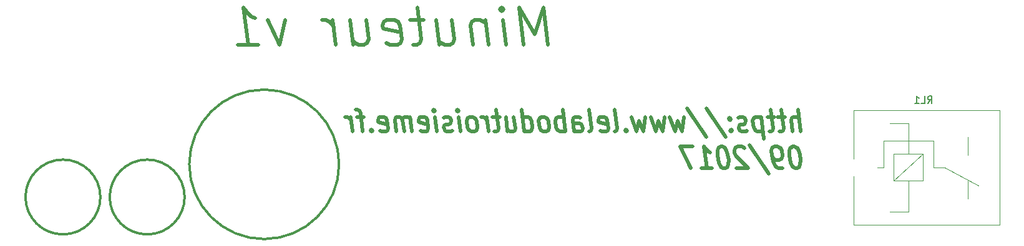
<source format=gbo>
G04 #@! TF.FileFunction,Legend,Bot*
%FSLAX46Y46*%
G04 Gerber Fmt 4.6, Leading zero omitted, Abs format (unit mm)*
G04 Created by KiCad (PCBNEW 4.0.7-e2-6376~58~ubuntu16.04.1) date Fri Oct 20 12:03:34 2017*
%MOMM*%
%LPD*%
G01*
G04 APERTURE LIST*
%ADD10C,0.100000*%
%ADD11C,0.500000*%
%ADD12C,0.120000*%
%ADD13C,0.300000*%
%ADD14C,0.150000*%
%ADD15C,2.900000*%
%ADD16C,3.400000*%
%ADD17R,2.432000X2.432000*%
%ADD18C,2.400000*%
%ADD19R,2.127200X2.127200*%
%ADD20O,2.127200X2.127200*%
%ADD21R,3.400000X3.400000*%
%ADD22C,1.924000*%
%ADD23R,2.400000X2.400000*%
%ADD24R,2.100000X2.100000*%
%ADD25O,2.100000X2.100000*%
%ADD26O,1.350000X1.650000*%
%ADD27O,1.950000X1.400000*%
%ADD28C,4.400000*%
%ADD29C,6.800000*%
G04 APERTURE END LIST*
D10*
D11*
X113686905Y22732857D02*
X113311905Y25732857D01*
X112615476Y22732857D02*
X112419047Y24304286D01*
X112502381Y24590000D01*
X112722619Y24732857D01*
X113079762Y24732857D01*
X113335714Y24590000D01*
X113472619Y24447143D01*
X111532143Y24732857D02*
X110579762Y24732857D01*
X111050000Y25732857D02*
X111371428Y23161429D01*
X111288095Y22875714D01*
X111067857Y22732857D01*
X110829762Y22732857D01*
X110103572Y24732857D02*
X109151191Y24732857D01*
X109621429Y25732857D02*
X109942857Y23161429D01*
X109859524Y22875714D01*
X109639286Y22732857D01*
X109401191Y22732857D01*
X108317858Y24732857D02*
X108692858Y21732857D01*
X108335715Y24590000D02*
X108079763Y24732857D01*
X107603572Y24732857D01*
X107383334Y24590000D01*
X107282143Y24447143D01*
X107198810Y24161429D01*
X107305953Y23304286D01*
X107460715Y23018571D01*
X107597620Y22875714D01*
X107853572Y22732857D01*
X108329763Y22732857D01*
X108550001Y22875714D01*
X106407144Y22875714D02*
X106186905Y22732857D01*
X105710715Y22732857D01*
X105454763Y22875714D01*
X105300000Y23161429D01*
X105282143Y23304286D01*
X105365477Y23590000D01*
X105585715Y23732857D01*
X105942858Y23732857D01*
X106163096Y23875714D01*
X106246429Y24161429D01*
X106228572Y24304286D01*
X106073810Y24590000D01*
X105817858Y24732857D01*
X105460715Y24732857D01*
X105240477Y24590000D01*
X104246429Y23018571D02*
X104145238Y22875714D01*
X104282143Y22732857D01*
X104383334Y22875714D01*
X104246429Y23018571D01*
X104282143Y22732857D01*
X104050000Y24590000D02*
X103948809Y24447143D01*
X104085714Y24304286D01*
X104186905Y24447143D01*
X104050000Y24590000D01*
X104085714Y24304286D01*
X100913096Y25875714D02*
X103538096Y22018571D01*
X98294048Y25875714D02*
X100919048Y22018571D01*
X97841666Y24732857D02*
X97615476Y22732857D01*
X96960713Y24161429D01*
X96663095Y22732857D01*
X95936904Y24732857D01*
X95222618Y24732857D02*
X94996428Y22732857D01*
X94341665Y24161429D01*
X94044047Y22732857D01*
X93317856Y24732857D01*
X92603570Y24732857D02*
X92377380Y22732857D01*
X91722617Y24161429D01*
X91424999Y22732857D01*
X90698808Y24732857D01*
X89960713Y23018571D02*
X89859522Y22875714D01*
X89996427Y22732857D01*
X90097618Y22875714D01*
X89960713Y23018571D01*
X89996427Y22732857D01*
X88448808Y22732857D02*
X88669046Y22875714D01*
X88752379Y23161429D01*
X88430951Y25732857D01*
X86526189Y22875714D02*
X86782141Y22732857D01*
X87258332Y22732857D01*
X87478570Y22875714D01*
X87561903Y23161429D01*
X87419046Y24304286D01*
X87264284Y24590000D01*
X87008332Y24732857D01*
X86532141Y24732857D01*
X86311903Y24590000D01*
X86228569Y24304286D01*
X86264284Y24018571D01*
X87490475Y23732857D01*
X84996427Y22732857D02*
X85216665Y22875714D01*
X85299998Y23161429D01*
X84978570Y25732857D01*
X82972617Y22732857D02*
X82776188Y24304286D01*
X82859522Y24590000D01*
X83079760Y24732857D01*
X83555951Y24732857D01*
X83811903Y24590000D01*
X82954760Y22875714D02*
X83210713Y22732857D01*
X83805951Y22732857D01*
X84026189Y22875714D01*
X84109522Y23161429D01*
X84073808Y23447143D01*
X83919046Y23732857D01*
X83663094Y23875714D01*
X83067856Y23875714D01*
X82811903Y24018571D01*
X81782141Y22732857D02*
X81407141Y25732857D01*
X81549998Y24590000D02*
X81294046Y24732857D01*
X80817855Y24732857D01*
X80597617Y24590000D01*
X80496426Y24447143D01*
X80413093Y24161429D01*
X80520236Y23304286D01*
X80674998Y23018571D01*
X80811903Y22875714D01*
X81067855Y22732857D01*
X81544046Y22732857D01*
X81764284Y22875714D01*
X79163093Y22732857D02*
X79383331Y22875714D01*
X79484522Y23018571D01*
X79567855Y23304286D01*
X79460712Y24161429D01*
X79305950Y24447143D01*
X79169045Y24590000D01*
X78913093Y24732857D01*
X78555950Y24732857D01*
X78335712Y24590000D01*
X78234521Y24447143D01*
X78151188Y24161429D01*
X78258331Y23304286D01*
X78413093Y23018571D01*
X78549998Y22875714D01*
X78805950Y22732857D01*
X79163093Y22732857D01*
X76186902Y22732857D02*
X75811902Y25732857D01*
X76169045Y22875714D02*
X76424998Y22732857D01*
X76901188Y22732857D01*
X77121426Y22875714D01*
X77222617Y23018571D01*
X77305950Y23304286D01*
X77198807Y24161429D01*
X77044045Y24447143D01*
X76907140Y24590000D01*
X76651188Y24732857D01*
X76174998Y24732857D01*
X75954759Y24590000D01*
X73674997Y24732857D02*
X73924997Y22732857D01*
X74746426Y24732857D02*
X74942854Y23161429D01*
X74859521Y22875714D01*
X74639283Y22732857D01*
X74282140Y22732857D01*
X74026188Y22875714D01*
X73889283Y23018571D01*
X72841664Y24732857D02*
X71889283Y24732857D01*
X72359521Y25732857D02*
X72680949Y23161429D01*
X72597616Y22875714D01*
X72377378Y22732857D01*
X72139283Y22732857D01*
X71305950Y22732857D02*
X71055950Y24732857D01*
X71127378Y24161429D02*
X70972616Y24447143D01*
X70835712Y24590000D01*
X70579759Y24732857D01*
X70341664Y24732857D01*
X69401188Y22732857D02*
X69621426Y22875714D01*
X69722617Y23018571D01*
X69805950Y23304286D01*
X69698807Y24161429D01*
X69544045Y24447143D01*
X69407140Y24590000D01*
X69151188Y24732857D01*
X68794045Y24732857D01*
X68573807Y24590000D01*
X68472616Y24447143D01*
X68389283Y24161429D01*
X68496426Y23304286D01*
X68651188Y23018571D01*
X68788093Y22875714D01*
X69044045Y22732857D01*
X69401188Y22732857D01*
X67496426Y22732857D02*
X67246426Y24732857D01*
X67121426Y25732857D02*
X67258331Y25590000D01*
X67157140Y25447143D01*
X67020235Y25590000D01*
X67121426Y25732857D01*
X67157140Y25447143D01*
X66407141Y22875714D02*
X66186902Y22732857D01*
X65710712Y22732857D01*
X65454760Y22875714D01*
X65299997Y23161429D01*
X65282140Y23304286D01*
X65365474Y23590000D01*
X65585712Y23732857D01*
X65942855Y23732857D01*
X66163093Y23875714D01*
X66246426Y24161429D01*
X66228569Y24304286D01*
X66073807Y24590000D01*
X65817855Y24732857D01*
X65460712Y24732857D01*
X65240474Y24590000D01*
X64282140Y22732857D02*
X64032140Y24732857D01*
X63907140Y25732857D02*
X64044045Y25590000D01*
X63942854Y25447143D01*
X63805949Y25590000D01*
X63907140Y25732857D01*
X63942854Y25447143D01*
X62121426Y22875714D02*
X62377378Y22732857D01*
X62853569Y22732857D01*
X63073807Y22875714D01*
X63157140Y23161429D01*
X63014283Y24304286D01*
X62859521Y24590000D01*
X62603569Y24732857D01*
X62127378Y24732857D01*
X61907140Y24590000D01*
X61823806Y24304286D01*
X61859521Y24018571D01*
X63085712Y23732857D01*
X60948807Y22732857D02*
X60698807Y24732857D01*
X60734521Y24447143D02*
X60597616Y24590000D01*
X60341664Y24732857D01*
X59984521Y24732857D01*
X59764283Y24590000D01*
X59680949Y24304286D01*
X59877378Y22732857D01*
X59680949Y24304286D02*
X59526188Y24590000D01*
X59270235Y24732857D01*
X58913093Y24732857D01*
X58692854Y24590000D01*
X58609521Y24304286D01*
X58805950Y22732857D01*
X56645236Y22875714D02*
X56901188Y22732857D01*
X57377379Y22732857D01*
X57597617Y22875714D01*
X57680950Y23161429D01*
X57538093Y24304286D01*
X57383331Y24590000D01*
X57127379Y24732857D01*
X56651188Y24732857D01*
X56430950Y24590000D01*
X56347616Y24304286D01*
X56383331Y24018571D01*
X57609522Y23732857D01*
X55436903Y23018571D02*
X55335712Y22875714D01*
X55472617Y22732857D01*
X55573808Y22875714D01*
X55436903Y23018571D01*
X55472617Y22732857D01*
X54389284Y24732857D02*
X53436903Y24732857D01*
X54282141Y22732857D02*
X53960712Y25304286D01*
X53805950Y25590000D01*
X53549998Y25732857D01*
X53311903Y25732857D01*
X52853570Y22732857D02*
X52603570Y24732857D01*
X52674998Y24161429D02*
X52520236Y24447143D01*
X52383332Y24590000D01*
X52127379Y24732857D01*
X51889284Y24732857D01*
X112835714Y20732857D02*
X112597619Y20732857D01*
X112377381Y20590000D01*
X112276190Y20447143D01*
X112192857Y20161429D01*
X112145238Y19590000D01*
X112234524Y18875714D01*
X112425000Y18304286D01*
X112579762Y18018571D01*
X112716667Y17875714D01*
X112972619Y17732857D01*
X113210714Y17732857D01*
X113430953Y17875714D01*
X113532143Y18018571D01*
X113615476Y18304286D01*
X113663096Y18875714D01*
X113573810Y19590000D01*
X113383333Y20161429D01*
X113228571Y20447143D01*
X113091667Y20590000D01*
X112835714Y20732857D01*
X111186905Y17732857D02*
X110710715Y17732857D01*
X110454763Y17875714D01*
X110317858Y18018571D01*
X110026191Y18447143D01*
X109835715Y19018571D01*
X109692857Y20161429D01*
X109776191Y20447143D01*
X109877381Y20590000D01*
X110097620Y20732857D01*
X110573810Y20732857D01*
X110829762Y20590000D01*
X110966667Y20447143D01*
X111121429Y20161429D01*
X111210715Y19447143D01*
X111127381Y19161429D01*
X111026191Y19018571D01*
X110805953Y18875714D01*
X110329763Y18875714D01*
X110073810Y19018571D01*
X109936905Y19161429D01*
X109782143Y19447143D01*
X106746430Y20875714D02*
X109371430Y17018571D01*
X106085715Y20447143D02*
X105948810Y20590000D01*
X105692858Y20732857D01*
X105097620Y20732857D01*
X104877381Y20590000D01*
X104776191Y20447143D01*
X104692857Y20161429D01*
X104728572Y19875714D01*
X104901191Y19447143D01*
X106544048Y17732857D01*
X104996429Y17732857D01*
X103073810Y20732857D02*
X102835715Y20732857D01*
X102615477Y20590000D01*
X102514286Y20447143D01*
X102430953Y20161429D01*
X102383334Y19590000D01*
X102472620Y18875714D01*
X102663096Y18304286D01*
X102817858Y18018571D01*
X102954763Y17875714D01*
X103210715Y17732857D01*
X103448810Y17732857D01*
X103669049Y17875714D01*
X103770239Y18018571D01*
X103853572Y18304286D01*
X103901192Y18875714D01*
X103811906Y19590000D01*
X103621429Y20161429D01*
X103466667Y20447143D01*
X103329763Y20590000D01*
X103073810Y20732857D01*
X100234525Y17732857D02*
X101663097Y17732857D01*
X100948811Y17732857D02*
X100573811Y20732857D01*
X100865477Y20304286D01*
X101139287Y20018571D01*
X101395240Y19875714D01*
X99026192Y20732857D02*
X97359525Y20732857D01*
X98805954Y17732857D01*
X79424762Y34568095D02*
X78799762Y39568095D01*
X77579524Y35996667D01*
X75466428Y39568095D01*
X76091428Y34568095D01*
X73710476Y34568095D02*
X73293809Y37901429D01*
X73085476Y39568095D02*
X73353333Y39330000D01*
X73145000Y39091905D01*
X72877143Y39330000D01*
X73085476Y39568095D01*
X73145000Y39091905D01*
X70912857Y37901429D02*
X71329524Y34568095D01*
X70972381Y37425238D02*
X70704524Y37663333D01*
X70198571Y37901429D01*
X69484285Y37901429D01*
X69037857Y37663333D01*
X68859286Y37187143D01*
X69186667Y34568095D01*
X64246190Y37901429D02*
X64662857Y34568095D01*
X66389047Y37901429D02*
X66716428Y35282381D01*
X66537857Y34806190D01*
X66091428Y34568095D01*
X65377142Y34568095D01*
X64871190Y34806190D01*
X64603333Y35044286D01*
X62579523Y37901429D02*
X60674761Y37901429D01*
X61656904Y39568095D02*
X62192618Y35282381D01*
X62014047Y34806190D01*
X61567618Y34568095D01*
X61091428Y34568095D01*
X57490237Y34806190D02*
X57996189Y34568095D01*
X58948570Y34568095D01*
X59394999Y34806190D01*
X59573570Y35282381D01*
X59335475Y37187143D01*
X59037856Y37663333D01*
X58531903Y37901429D01*
X57579522Y37901429D01*
X57133094Y37663333D01*
X56954523Y37187143D01*
X57014047Y36710952D01*
X59454523Y36234762D01*
X52579523Y37901429D02*
X52996190Y34568095D01*
X54722380Y37901429D02*
X55049761Y35282381D01*
X54871190Y34806190D01*
X54424761Y34568095D01*
X53710475Y34568095D01*
X53204523Y34806190D01*
X52936666Y35044286D01*
X50615237Y34568095D02*
X50198570Y37901429D01*
X50317618Y36949048D02*
X50019999Y37425238D01*
X49752141Y37663333D01*
X49246189Y37901429D01*
X48769998Y37901429D01*
X43769998Y37901429D02*
X42996189Y34568095D01*
X41389046Y37901429D01*
X37281903Y34568095D02*
X40139046Y34568095D01*
X38710475Y34568095D02*
X38085475Y39568095D01*
X38650951Y38853810D01*
X39186666Y38377619D01*
X39692617Y38139524D01*
D12*
X120856000Y19026000D02*
X120856000Y25626000D01*
X120856000Y10026000D02*
X120856000Y16626000D01*
X120856000Y10026000D02*
X140656000Y10026000D01*
X140656000Y10026000D02*
X140656000Y25626000D01*
X140656000Y25626000D02*
X120856000Y25626000D01*
X136406000Y22026000D02*
X136406000Y19576000D01*
X136406000Y13626000D02*
X136406000Y16126000D01*
X125806000Y23876000D02*
X128306000Y23876000D01*
X124906000Y17876000D02*
X124106000Y17876000D01*
X128306000Y11876000D02*
X125806000Y11876000D01*
X131706000Y17876000D02*
X133206000Y17876000D01*
X133206000Y17876000D02*
X137806000Y15376000D01*
X131706000Y21476000D02*
X124906000Y21476000D01*
X131706000Y17876000D02*
X131706000Y21476000D01*
X124906000Y17876000D02*
X124906000Y21476000D01*
X128306000Y11876000D02*
X128306000Y16076000D01*
X128306000Y19676000D02*
X128306000Y23876000D01*
X130306000Y19676000D02*
X126306000Y16076000D01*
X126306000Y19676000D02*
X126306000Y16076000D01*
X126306000Y16076000D02*
X130306000Y16076000D01*
X130306000Y16076000D02*
X130306000Y19676000D01*
X130306000Y19676000D02*
X126306000Y19676000D01*
D13*
X18669000Y13843000D02*
G75*
G03X18669000Y13843000I-5080000J0D01*
G01*
X30099000Y13843000D02*
G75*
G03X30099000Y13843000I-5080000J0D01*
G01*
X51054000Y18288000D02*
G75*
G03X51054000Y18288000I-10160000J0D01*
G01*
D14*
X130927428Y26573619D02*
X131260762Y27049810D01*
X131498857Y26573619D02*
X131498857Y27573619D01*
X131117904Y27573619D01*
X131022666Y27526000D01*
X130975047Y27478381D01*
X130927428Y27383143D01*
X130927428Y27240286D01*
X130975047Y27145048D01*
X131022666Y27097429D01*
X131117904Y27049810D01*
X131498857Y27049810D01*
X130022666Y26573619D02*
X130498857Y26573619D01*
X130498857Y27573619D01*
X129165523Y26573619D02*
X129736952Y26573619D01*
X129451238Y26573619D02*
X129451238Y27573619D01*
X129546476Y27430762D01*
X129641714Y27335524D01*
X129736952Y27287905D01*
%LPC*%
D15*
X124206000Y23876000D03*
D16*
X136406000Y23876000D03*
X136456000Y11826000D03*
D15*
X124206000Y11876000D03*
D16*
X122256000Y17826000D03*
D17*
X45720000Y29210000D03*
D18*
X48260000Y29210000D03*
X50800000Y29210000D03*
X53340000Y29210000D03*
X55880000Y29210000D03*
X58420000Y29210000D03*
X53340000Y44450000D03*
X55880000Y44450000D03*
X45720000Y44450000D03*
X48260000Y44450000D03*
X58420000Y44450000D03*
X50800000Y44450000D03*
D19*
X90170000Y10160000D03*
D20*
X87630000Y10160000D03*
X90170000Y12700000D03*
X87630000Y12700000D03*
X90170000Y15240000D03*
X87630000Y15240000D03*
D21*
X144780000Y12700000D03*
D16*
X144780000Y17780000D03*
X144780000Y22860000D03*
D21*
X5080000Y19050000D03*
D16*
X5080000Y13970000D03*
D22*
X13970000Y29210000D03*
X13970000Y41910000D03*
X16510000Y41910000D03*
X19050000Y41910000D03*
X21590000Y41910000D03*
D18*
X21590000Y36830000D03*
X21590000Y31750000D03*
X13970000Y31750000D03*
D23*
X13970000Y36830000D03*
D22*
X21590000Y44450000D03*
D24*
X77470000Y5080000D03*
D25*
X80010000Y5080000D03*
D22*
X118110000Y29210000D03*
X118110000Y41910000D03*
X120650000Y41910000D03*
X123190000Y41910000D03*
X125730000Y41910000D03*
D18*
X125730000Y36830000D03*
X125730000Y31750000D03*
X118110000Y31750000D03*
D23*
X118110000Y36830000D03*
D22*
X125730000Y44450000D03*
D24*
X44450000Y5080000D03*
D25*
X41910000Y5080000D03*
X39370000Y5080000D03*
X36830000Y5080000D03*
X34290000Y5080000D03*
X31750000Y5080000D03*
D26*
X5160000Y35520000D03*
X5160000Y30520000D03*
D27*
X2460000Y36520000D03*
X2460000Y29520000D03*
D28*
X102220000Y36830000D03*
D18*
X94020000Y29830000D03*
X94020000Y44330000D03*
X96520000Y44330000D03*
X99020000Y44330000D03*
X99020000Y29830000D03*
D28*
X90820000Y36830000D03*
D24*
X137795000Y44450000D03*
D25*
X137795000Y41910000D03*
X137795000Y39370000D03*
X137795000Y36830000D03*
X137795000Y34290000D03*
X137795000Y31750000D03*
X137795000Y29210000D03*
D29*
X5080000Y44450000D03*
X5080000Y5080000D03*
X144780000Y5080000D03*
X144780000Y44450000D03*
D24*
X106680000Y5080000D03*
D25*
X104140000Y5080000D03*
X101600000Y5080000D03*
X99060000Y5080000D03*
M02*

</source>
